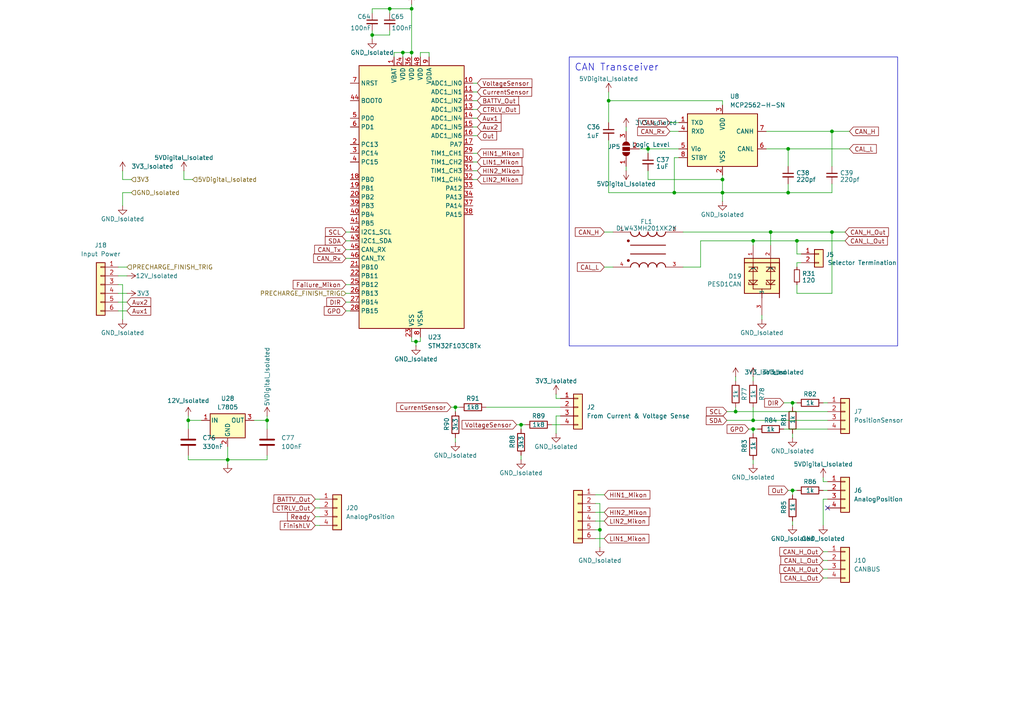
<source format=kicad_sch>
(kicad_sch (version 20250114) (generator "eeschema") (generator_version "9.0")
  (paper "A4")
  (lib_symbols
    (symbol "CANBUSv1-rescue:PESD1CAN-PESD1CAN" (pin_names (offset 1.016))
      (property "Reference" "D" (at 0 11.43 0))
      (property "Value" "PESD1CAN-PESD1CAN" (at 0 -2.54 0))
      (symbol "PESD1CAN-PESD1CAN_0_0"
        (rectangle (start -1.27 0) (end 8.89 10.16) (stroke (width 0.254)) (fill (type background)))
        (polyline (pts (xy 0 10.16) (xy 0 0)) (stroke (width 0.254)))
        (polyline (pts (xy 0 7.62) (xy 1.27 7.62)) (stroke (width 0.2032)))
        (polyline (pts (xy 0 2.54) (xy 1.27 2.54)) (stroke (width 0.2032)))
        (polyline (pts (xy 0 0) (xy 10.16 0)) (stroke (width 0.254)))
        (polyline (pts (xy 1.27 8.89) (xy 1.27 7.62)) (stroke (width 0.2032)))
        (polyline (pts (xy 1.27 7.62) (xy 1.27 6.35)) (stroke (width 0.2032)))
        (polyline (pts (xy 1.27 7.62) (xy 2.54 8.89)) (stroke (width 0.2032)))
        (polyline (pts (xy 1.27 7.62) (xy 6.35 7.62)) (stroke (width 0.2032)))
        (polyline (pts (xy 1.27 6.35) (xy 1.905 6.35)) (stroke (width 0.2032)))
        (polyline (pts (xy 1.27 3.81) (xy 1.27 2.54)) (stroke (width 0.2032)))
        (polyline (pts (xy 1.27 2.54) (xy 1.27 1.27)) (stroke (width 0.2032)))
        (polyline (pts (xy 1.27 2.54) (xy 2.54 3.81)) (stroke (width 0.2032)))
        (polyline (pts (xy 1.27 2.54) (xy 6.35 2.54)) (stroke (width 0.2032)))
        (polyline (pts (xy 1.27 1.27) (xy 1.905 1.27)) (stroke (width 0.2032)))
        (polyline (pts (xy 2.54 8.89) (xy 2.54 6.35)) (stroke (width 0.2032)))
        (polyline (pts (xy 2.54 6.35) (xy 1.27 7.62)) (stroke (width 0.2032)))
        (polyline (pts (xy 2.54 3.81) (xy 2.54 1.27)) (stroke (width 0.2032)))
        (polyline (pts (xy 2.54 1.27) (xy 1.27 2.54)) (stroke (width 0.2032)))
        (polyline (pts (xy 5.08 8.89) (xy 5.08 6.35)) (stroke (width 0.2032)))
        (polyline (pts (xy 5.08 6.35) (xy 6.35 7.62)) (stroke (width 0.2032)))
        (polyline (pts (xy 5.08 3.81) (xy 5.08 1.27)) (stroke (width 0.2032)))
        (polyline (pts (xy 5.08 1.27) (xy 6.35 2.54)) (stroke (width 0.2032)))
        (polyline (pts (xy 6.35 8.89) (xy 5.715 8.89)) (stroke (width 0.2032)))
        (polyline (pts (xy 6.35 7.62) (xy 5.08 8.89)) (stroke (width 0.2032)))
        (polyline (pts (xy 6.35 7.62) (xy 6.35 8.89)) (stroke (width 0.2032)))
        (polyline (pts (xy 6.35 7.62) (xy 7.62 7.62)) (stroke (width 0.2032)))
        (polyline (pts (xy 6.35 6.35) (xy 6.35 7.62)) (stroke (width 0.2032)))
        (polyline (pts (xy 6.35 3.81) (xy 5.715 3.81)) (stroke (width 0.2032)))
        (polyline (pts (xy 6.35 2.54) (xy 5.08 3.81)) (stroke (width 0.2032)))
        (polyline (pts (xy 6.35 2.54) (xy 6.35 3.81)) (stroke (width 0.2032)))
        (polyline (pts (xy 6.35 2.54) (xy 7.62 2.54)) (stroke (width 0.2032)))
        (polyline (pts (xy 6.35 1.27) (xy 6.35 2.54)) (stroke (width 0.2032)))
        (polyline (pts (xy 7.62 7.62) (xy 7.62 5.08)) (stroke (width 0.2032)))
        (polyline (pts (xy 7.62 5.08) (xy 7.62 2.54)) (stroke (width 0.2032)))
        (polyline (pts (xy 7.62 5.08) (xy 10.16 5.08)) (stroke (width 0.2032)))
        (pin bidirectional line (at -5.08 7.62 0) (length 5.08) (name "1") (number "1"))
        (pin bidirectional line (at -5.08 2.54 0) (length 5.08) (name "2") (number "2"))
        (pin bidirectional line (at 15.24 5.08 180) (length 5.08) (name "3") (number "3"))
      )
    )
    (symbol "Connector_Generic:Conn_01x02" (pin_names (offset 1.016) (hide yes))
      (property "Reference" "J" (at 0 2.54 0))
      (property "Value" "Conn_01x02" (at 0 -5.08 0))
      (symbol "Conn_01x02_1_1"
        (rectangle (start -1.27 1.27) (end 1.27 -3.81) (stroke (width 0.254)) (fill (type background)))
        (rectangle (start -1.27 0.127) (end 0 -0.127) (stroke (width 0.1524)))
        (rectangle (start -1.27 -2.413) (end 0 -2.667) (stroke (width 0.1524)))
        (pin passive line (at -5.08 0 0) (length 3.81) (name "Pin_1") (number "1"))
        (pin passive line (at -5.08 -2.54 0) (length 3.81) (name "Pin_2") (number "2"))
      )
    )
    (symbol "Connector_Generic:Conn_01x04" (pin_names (offset 1.016) (hide yes))
      (property "Reference" "J" (at 0 5.08 0))
      (property "Value" "Conn_01x04" (at 0 -7.62 0))
      (symbol "Conn_01x04_1_1"
        (rectangle (start -1.27 3.81) (end 1.27 -6.35) (stroke (width 0.254)) (fill (type background)))
        (rectangle (start -1.27 2.667) (end 0 2.413) (stroke (width 0.1524)))
        (rectangle (start -1.27 0.127) (end 0 -0.127) (stroke (width 0.1524)))
        (rectangle (start -1.27 -2.413) (end 0 -2.667) (stroke (width 0.1524)))
        (rectangle (start -1.27 -4.953) (end 0 -5.207) (stroke (width 0.1524)))
        (pin passive line (at -5.08 2.54 0) (length 3.81) (name "Pin_1") (number "1"))
        (pin passive line (at -5.08 0 0) (length 3.81) (name "Pin_2") (number "2"))
        (pin passive line (at -5.08 -2.54 0) (length 3.81) (name "Pin_3") (number "3"))
        (pin passive line (at -5.08 -5.08 0) (length 3.81) (name "Pin_4") (number "4"))
      )
    )
    (symbol "Connector_Generic:Conn_01x06" (pin_names (offset 1.016) (hide yes))
      (property "Reference" "J" (at 0 7.62 0))
      (property "Value" "Conn_01x06" (at 0 -10.16 0))
      (symbol "Conn_01x06_1_1"
        (rectangle (start -1.27 6.35) (end 1.27 -8.89) (stroke (width 0.254)) (fill (type background)))
        (rectangle (start -1.27 5.207) (end 0 4.953) (stroke (width 0.1524)))
        (rectangle (start -1.27 2.667) (end 0 2.413) (stroke (width 0.1524)))
        (rectangle (start -1.27 0.127) (end 0 -0.127) (stroke (width 0.1524)))
        (rectangle (start -1.27 -2.413) (end 0 -2.667) (stroke (width 0.1524)))
        (rectangle (start -1.27 -4.953) (end 0 -5.207) (stroke (width 0.1524)))
        (rectangle (start -1.27 -7.493) (end 0 -7.747) (stroke (width 0.1524)))
        (pin passive line (at -5.08 5.08 0) (length 3.81) (name "Pin_1") (number "1"))
        (pin passive line (at -5.08 2.54 0) (length 3.81) (name "Pin_2") (number "2"))
        (pin passive line (at -5.08 0 0) (length 3.81) (name "Pin_3") (number "3"))
        (pin passive line (at -5.08 -2.54 0) (length 3.81) (name "Pin_4") (number "4"))
        (pin passive line (at -5.08 -5.08 0) (length 3.81) (name "Pin_5") (number "5"))
        (pin passive line (at -5.08 -7.62 0) (length 3.81) (name "Pin_6") (number "6"))
      )
    )
    (symbol "DLW43MH201XK2K:DLW43MH201XK2K" (pin_names (offset 1.016))
      (property "Reference" "FL" (at -5.08 6.35 0))
      (property "Value" "DLW43MH201XK2K" (at -5.08 -6.35 0))
      (symbol "DLW43MH201XK2K_0_0"
        (circle (center -5.715 2.54) (radius 0.2032) (stroke (width 0.4064)))
        (circle (center -5.715 -3.175) (radius 0.2032) (stroke (width 0.4064)))
        (polyline (pts (xy -5.08 -1.27) (xy 5.08 -1.27)) (stroke (width 0.254)))
        (arc (start -2.54 5.08) (mid -3.81 3.8155) (end -5.08 5.08) (stroke (width 0.254)))
        (arc (start -5.08 -5.08) (mid -3.81 -3.8155) (end -2.54 -5.08) (stroke (width 0.254)))
        (arc (start 0 5.08) (mid -1.27 3.8155) (end -2.54 5.08) (stroke (width 0.254)))
        (arc (start -2.54 -5.08) (mid -1.27 -3.8155) (end 0 -5.08) (stroke (width 0.254)))
        (arc (start 2.54 5.08) (mid 1.27 3.8155) (end 0 5.08) (stroke (width 0.254)))
        (arc (start 0 -5.08) (mid 1.27 -3.8155) (end 2.54 -5.08) (stroke (width 0.254)))
        (arc (start 5.08 5.08) (mid 3.81 3.8155) (end 2.54 5.08) (stroke (width 0.254)))
        (arc (start 2.54 -5.08) (mid 3.81 -3.8155) (end 5.08 -5.08) (stroke (width 0.254)))
        (polyline (pts (xy 5.08 1.27) (xy -5.08 1.27)) (stroke (width 0.254)))
        (pin passive line (at -10.16 5.08 0) (length 5.08) (name "~") (number "1"))
        (pin passive line (at -10.16 -5.08 0) (length 5.08) (name "~") (number "4"))
        (pin passive line (at 10.16 5.08 180) (length 5.08) (name "~") (number "2"))
        (pin passive line (at 10.16 -5.08 180) (length 5.08) (name "~") (number "3"))
      )
    )
    (symbol "Device:C" (pin_numbers (hide yes)) (pin_names (offset 0.254))
      (property "Reference" "C" (at 0.635 2.54 0))
      (property "Value" "C" (at 0.635 -2.54 0))
      (symbol "C_0_1"
        (polyline (pts (xy -2.032 0.762) (xy 2.032 0.762)) (stroke (width 0.508)))
        (polyline (pts (xy -2.032 -0.762) (xy 2.032 -0.762)) (stroke (width 0.508)))
      )
      (symbol "C_1_1"
        (pin passive line (at 0 3.81 270) (length 2.794) (name "~") (number "1"))
        (pin passive line (at 0 -3.81 90) (length 2.794) (name "~") (number "2"))
      )
    )
    (symbol "Device:C_Small" (pin_numbers (hide yes)) (pin_names (offset 0.254) (hide yes))
      (property "Reference" "C" (at 0.254 1.778 0))
      (property "Value" "C_Small" (at 0.254 -2.032 0))
      (symbol "C_Small_0_1"
        (polyline (pts (xy -1.524 0.508) (xy 1.524 0.508)) (stroke (width 0.3048)))
        (polyline (pts (xy -1.524 -0.508) (xy 1.524 -0.508)) (stroke (width 0.3302)))
      )
      (symbol "C_Small_1_1"
        (pin passive line (at 0 2.54 270) (length 2.032) (name "~") (number "1"))
        (pin passive line (at 0 -2.54 90) (length 2.032) (name "~") (number "2"))
      )
    )
    (symbol "Device:R" (pin_numbers (hide yes)) (pin_names (offset 0))
      (property "Reference" "R" (at 2.032 0 90))
      (property "Value" "R" (at 0 0 90))
      (symbol "R_0_1"
        (rectangle (start -1.016 -2.54) (end 1.016 2.54) (stroke (width 0.254)))
      )
      (symbol "R_1_1"
        (pin passive line (at 0 3.81 270) (length 1.27) (name "~") (number "1"))
        (pin passive line (at 0 -3.81 90) (length 1.27) (name "~") (number "2"))
      )
    )
    (symbol "Device:R_Small" (pin_numbers (hide yes)) (pin_names (offset 0.254) (hide yes))
      (property "Reference" "R" (at 0.762 0.508 0))
      (property "Value" "R_Small" (at 0.762 -1.016 0))
      (symbol "R_Small_0_1"
        (rectangle (start -0.762 1.778) (end 0.762 -1.778) (stroke (width 0.2032)))
      )
      (symbol "R_Small_1_1"
        (pin passive line (at 0 2.54 270) (length 0.762) (name "~") (number "1"))
        (pin passive line (at 0 -2.54 90) (length 0.762) (name "~") (number "2"))
      )
    )
    (symbol "Interface_CAN_LIN:MCP2562-H-SN" (pin_names (offset 1.016))
      (property "Reference" "U" (at -10.16 8.89 0))
      (property "Value" "MCP2562-H-SN" (at 2.54 8.89 0))
      (symbol "MCP2562-H-SN_0_1"
        (rectangle (start -10.16 7.62) (end 10.16 -7.62) (stroke (width 0.254)) (fill (type background)))
      )
      (symbol "MCP2562-H-SN_1_1"
        (pin input line (at -12.7 5.08 0) (length 2.54) (name "TXD") (number "1"))
        (pin output line (at -12.7 2.54 0) (length 2.54) (name "RXD") (number "4"))
        (pin power_in line (at -12.7 -2.54 0) (length 2.54) (name "Vio") (number "5"))
        (pin input line (at -12.7 -5.08 0) (length 2.54) (name "STBY") (number "8"))
        (pin power_in line (at 0 10.16 270) (length 2.54) (name "VDD") (number "3"))
        (pin power_in line (at 0 -10.16 90) (length 2.54) (name "VSS") (number "2"))
        (pin bidirectional line (at 12.7 2.54 180) (length 2.54) (name "CANH") (number "7"))
        (pin bidirectional line (at 12.7 -2.54 180) (length 2.54) (name "CANL") (number "6"))
      )
    )
    (symbol "Jumper:SolderJumper_3_Open" (pin_names (offset 0) (hide yes))
      (property "Reference" "JP" (at -2.54 -2.54 0))
      (property "Value" "SolderJumper_3_Open" (at 0 2.794 0))
      (symbol "SolderJumper_3_Open_0_1"
        (polyline (pts (xy -2.54 0) (xy -2.032 0)))
        (polyline (pts (xy -1.016 1.016) (xy -1.016 -1.016)))
        (arc (start -1.016 -1.016) (mid -2.0276 0) (end -1.016 1.016))
        (arc (start -1.016 -1.016) (mid -2.0276 0) (end -1.016 1.016) (fill (type outline)))
        (rectangle (start -0.508 1.016) (end 0.508 -1.016) (fill (type outline)))
        (polyline (pts (xy 0 -1.27) (xy 0 -1.016)))
        (arc (start 1.016 1.016) (mid 2.0276 0) (end 1.016 -1.016))
        (arc (start 1.016 1.016) (mid 2.0276 0) (end 1.016 -1.016) (fill (type outline)))
        (polyline (pts (xy 1.016 1.016) (xy 1.016 -1.016)))
        (polyline (pts (xy 2.54 0) (xy 2.032 0)))
      )
      (symbol "SolderJumper_3_Open_1_1"
        (pin passive line (at -5.08 0 0) (length 2.54) (name "A") (number "1"))
        (pin passive line (at 0 -3.81 90) (length 2.54) (name "C") (number "2"))
        (pin passive line (at 5.08 0 180) (length 2.54) (name "B") (number "3"))
      )
    )
    (symbol "MCU_ST_STM32F1:STM32F103CBTx"
      (property "Reference" "U" (at -15.24 39.37 0))
      (property "Value" "STM32F103CBTx" (at 7.62 39.37 0))
      (symbol "STM32F103CBTx_0_1"
        (rectangle (start -15.24 -38.1) (end 15.24 38.1) (stroke (width 0.254)) (fill (type background)))
      )
      (symbol "STM32F103CBTx_1_1"
        (pin input line (at -17.78 33.02 0) (length 2.54) (name "NRST") (number "7"))
        (pin input line (at -17.78 27.94 0) (length 2.54) (name "BOOT0") (number "44"))
        (pin bidirectional line (at -17.78 22.86 0) (length 2.54) (name "PD0") (number "5"))
        (pin bidirectional line (at -17.78 20.32 0) (length 2.54) (name "PD1") (number "6"))
        (pin bidirectional line (at -17.78 15.24 0) (length 2.54) (name "PC13") (number "2"))
        (pin bidirectional line (at -17.78 12.7 0) (length 2.54) (name "PC14") (number "3"))
        (pin bidirectional line (at -17.78 10.16 0) (length 2.54) (name "PC15") (number "4"))
        (pin bidirectional line (at -17.78 5.08 0) (length 2.54) (name "PB0") (number "18") (alternate "" input line))
        (pin bidirectional line (at -17.78 2.54 0) (length 2.54) (name "PB1") (number "19") (alternate "" input line))
        (pin bidirectional line (at -17.78 0 0) (length 2.54) (name "PB2") (number "20"))
        (pin bidirectional line (at -17.78 -2.54 0) (length 2.54) (name "PB3") (number "39"))
        (pin bidirectional line (at -17.78 -5.08 0) (length 2.54) (name "PB4") (number "40"))
        (pin bidirectional line (at -17.78 -7.62 0) (length 2.54) (name "PB5") (number "41"))
        (pin bidirectional line (at -17.78 -10.16 0) (length 2.54) (name "PB6") (number "42") (alternate "I2C1_SCL" bidirectional line))
        (pin bidirectional line (at -17.78 -12.7 0) (length 2.54) (name "PB7") (number "43") (alternate "I2C1_SDA" bidirectional line))
        (pin bidirectional line (at -17.78 -15.24 0) (length 2.54) (name "PB8") (number "45") (alternate "CAN_RX" bidirectional line) (alternate "I2C1_SCL" bidirectional line))
        (pin bidirectional line (at -17.78 -17.78 0) (length 2.54) (name "PB9") (number "46") (alternate "CAN_TX" bidirectional line) (alternate "I2C1_SDA" bidirectional line))
        (pin bidirectional line (at -17.78 -20.32 0) (length 2.54) (name "PB10") (number "21"))
        (pin bidirectional line (at -17.78 -22.86 0) (length 2.54) (name "PB11") (number "22") (alternate "" input line))
        (pin bidirectional line (at -17.78 -25.4 0) (length 2.54) (name "PB12") (number "25"))
        (pin bidirectional line (at -17.78 -27.94 0) (length 2.54) (name "PB13") (number "26"))
        (pin bidirectional line (at -17.78 -30.48 0) (length 2.54) (name "PB14") (number "27"))
        (pin bidirectional line (at -17.78 -33.02 0) (length 2.54) (name "PB15") (number "28"))
        (pin power_in line (at -5.08 40.64 270) (length 2.54) (name "VBAT") (number "1"))
        (pin power_in line (at -2.54 40.64 270) (length 2.54) (name "VDD") (number "24"))
        (pin power_in line (at 0 40.64 270) (length 2.54) (name "VDD") (number "36"))
        (pin power_in line (at 0 -40.64 90) (length 2.54) (name "VSS") (number "23"))
        (pin passive line (at 0 -40.64 90) (length 2.54) (hide yes) (name "VSS") (number "35"))
        (pin passive line (at 0 -40.64 90) (length 2.54) (hide yes) (name "VSS") (number "47"))
        (pin power_in line (at 2.54 40.64 270) (length 2.54) (name "VDD") (number "48"))
        (pin power_in line (at 2.54 -40.64 90) (length 2.54) (name "VSSA") (number "8"))
        (pin power_in line (at 5.08 40.64 270) (length 2.54) (name "VDDA") (number "9"))
        (pin bidirectional line (at 17.78 33.02 180) (length 2.54) (name "PA0") (number "10") (alternate "ADC1_IN0" bidirectional line))
        (pin bidirectional line (at 17.78 30.48 180) (length 2.54) (name "PA1") (number "11") (alternate "ADC1_IN1" bidirectional line))
        (pin bidirectional line (at 17.78 27.94 180) (length 2.54) (name "PA2") (number "12") (alternate "" input line) (alternate "ADC1_IN2" bidirectional line))
        (pin bidirectional line (at 17.78 25.4 180) (length 2.54) (name "PA3") (number "13") (alternate "" input line) (alternate "ADC1_IN3" bidirectional line))
        (pin bidirectional line (at 17.78 22.86 180) (length 2.54) (name "PA4") (number "14") (alternate "ADC1_IN4" bidirectional line))
        (pin bidirectional line (at 17.78 20.32 180) (length 2.54) (name "PA5") (number "15") (alternate "ADC1_IN5" bidirectional line))
        (pin bidirectional line (at 17.78 17.78 180) (length 2.54) (name "PA6") (number "16") (alternate "" input line) (alternate "ADC1_IN6" bidirectional line))
        (pin bidirectional line (at 17.78 15.24 180) (length 2.54) (name "PA7") (number "17") (alternate "" input line))
        (pin bidirectional line (at 17.78 12.7 180) (length 2.54) (name "PA8") (number "29") (alternate "TIM1_CH1" bidirectional line))
        (pin bidirectional line (at 17.78 10.16 180) (length 2.54) (name "PA9") (number "30") (alternate "TIM1_CH2" bidirectional line))
        (pin bidirectional line (at 17.78 7.62 180) (length 2.54) (name "PA10") (number "31") (alternate "TIM1_CH3" bidirectional line))
        (pin bidirectional line (at 17.78 5.08 180) (length 2.54) (name "PA11") (number "32") (alternate "CAN_RX" bidirectional line) (alternate "TIM1_CH4" bidirectional line))
        (pin bidirectional line (at 17.78 2.54 180) (length 2.54) (name "PA12") (number "33") (alternate "" input line) (alternate "CAN_TX" bidirectional line))
        (pin bidirectional line (at 17.78 0 180) (length 2.54) (name "PA13") (number "34"))
        (pin bidirectional line (at 17.78 -2.54 180) (length 2.54) (name "PA14") (number "37"))
        (pin bidirectional line (at 17.78 -5.08 180) (length 2.54) (name "PA15") (number "38"))
      )
    )
    (symbol "Regulator_Linear:L7805" (pin_names (offset 0.254))
      (property "Reference" "U" (at -3.81 3.175 0))
      (property "Value" "L7805" (at 0 3.175 0))
      (symbol "L7805_0_1"
        (rectangle (start -5.08 1.905) (end 5.08 -5.08) (stroke (width 0.254)) (fill (type background)))
      )
      (symbol "L7805_1_1"
        (pin power_in line (at -7.62 0 0) (length 2.54) (name "IN") (number "1"))
        (pin power_in line (at 0 -7.62 90) (length 2.54) (name "GND") (number "2"))
        (pin power_out line (at 7.62 0 180) (length 2.54) (name "OUT") (number "3"))
      )
    )
    (symbol "custom library:+14VTSMS" (power) (pin_names (offset 0))
      (property "Value" "+14VTSMS" (at 0 3.556 0))
      (symbol "+14VTSMS_0_1"
        (polyline (pts (xy -0.762 1.27) (xy 0 2.54)))
        (polyline (pts (xy 0 2.54) (xy 0.762 1.27)))
        (polyline (pts (xy 0 0) (xy 0 2.54)))
      )
      (symbol "+14VTSMS_1_1"
        (pin power_in line (at 0 0 90) (length 0) (hide yes) (name "+12V") (number "1"))
      )
    )
    (symbol "power:+48V" (power) (pin_numbers (hide yes)) (pin_names (offset 0) (hide yes))
      (property "Value" "+48V" (at 0 3.556 0))
      (symbol "+48V_0_1"
        (polyline (pts (xy -0.762 1.27) (xy 0 2.54)))
        (polyline (pts (xy 0 2.54) (xy 0.762 1.27)))
        (polyline (pts (xy 0 0) (xy 0 2.54)))
      )
      (symbol "+48V_1_1"
        (pin power_in line (at 0 0 90) (length 0) (name "~") (number "1"))
      )
    )
    (symbol "power:GND" (power) (pin_numbers (hide yes)) (pin_names (offset 0) (hide yes))
      (property "Value" "GND" (at 0 -3.81 0))
      (symbol "GND_0_1"
        (polyline (pts (xy 0 0) (xy 0 -1.27) (xy 1.27 -1.27) (xy 0 -2.54) (xy -1.27 -1.27) (xy 0 -1.27)))
      )
      (symbol "GND_1_1"
        (pin power_in line (at 0 0 270) (length 0) (name "~") (number "1"))
      )
    )
  )
  (rectangle (start 165.1 16.51) (end 260.35 100.33))
  (text "CAN Transceiver" (at 166.624 20.828 0) (effects (font (size 2.0066 2.0066)) (justify left bottom)))
  (junction (at 66.04 133.35))
  (junction (at 241.3 67.31))
  (junction (at 231.14 69.85))
  (junction (at 77.47 121.92))
  (junction (at 113.03 2.54))
  (junction (at 119.38 2.54))
  (junction (at 195.58 55.88))
  (junction (at 173.99 153.67))
  (junction (at 229.87 116.84))
  (junction (at 209.55 55.88))
  (junction (at 218.44 69.85))
  (junction (at 223.52 67.31))
  (junction (at 218.44 121.92))
  (junction (at 54.61 121.92))
  (junction (at 213.36 119.38))
  (junction (at 228.6 55.88))
  (junction (at 241.3 38.1))
  (junction (at 151.13 123.19))
  (junction (at 116.84 15.24))
  (junction (at 107.95 10.16))
  (junction (at 218.44 124.46))
  (junction (at 229.87 142.24))
  (junction (at 187.96 43.18))
  (junction (at 119.38 15.24))
  (junction (at 120.65 99.06))
  (junction (at 176.53 29.21))
  (junction (at 209.55 52.07))
  (junction (at 228.6 43.18))
  (junction (at 132.08 118.11))
  (no_connect (at 240.03 147.32))
  (wire (pts (xy 138.43 24.13) (xy 137.16 24.13)))
  (wire (pts (xy 209.55 52.07) (xy 209.55 55.88)))
  (wire (pts (xy 238.76 165.1) (xy 240.03 165.1)))
  (wire (pts (xy 100.33 67.31) (xy 101.6 67.31)))
  (wire (pts (xy 116.84 15.24) (xy 114.3 15.24)))
  (wire (pts (xy 132.08 118.11) (xy 132.08 119.38)))
  (wire (pts (xy 161.29 120.65) (xy 161.29 125.73)))
  (wire (pts (xy 241.3 55.88) (xy 228.6 55.88)))
  (wire (pts (xy 173.99 153.67) (xy 173.99 158.75)))
  (wire (pts (xy 66.04 134.62) (xy 66.04 133.35)))
  (wire (pts (xy 119.38 1.27) (xy 119.38 2.54)))
  (wire (pts (xy 176.53 40.64) (xy 176.53 55.88)))
  (wire (pts (xy 231.14 73.66) (xy 232.41 73.66)))
  (wire (pts (xy 231.14 85.09) (xy 241.3 85.09)))
  (wire (pts (xy 173.99 146.05) (xy 173.99 153.67)))
  (wire (pts (xy 107.95 8.89) (xy 107.95 10.16)))
  (wire (pts (xy 77.47 133.35) (xy 66.04 133.35)))
  (wire (pts (xy 210.82 121.92) (xy 218.44 121.92)))
  (wire (pts (xy 138.43 49.53) (xy 137.16 49.53)))
  (wire (pts (xy 173.99 146.05) (xy 172.72 146.05)))
  (wire (pts (xy 231.14 76.2) (xy 232.41 76.2)))
  (wire (pts (xy 213.36 118.11) (xy 213.36 119.38)))
  (wire (pts (xy 54.61 120.65) (xy 54.61 121.92)))
  (wire (pts (xy 140.97 118.11) (xy 162.56 118.11)))
  (wire (pts (xy 231.14 82.55) (xy 231.14 85.09)))
  (wire (pts (xy 238.76 116.84) (xy 240.03 116.84)))
  (wire (pts (xy 222.25 43.18) (xy 228.6 43.18)))
  (wire (pts (xy 92.71 147.32) (xy 91.44 147.32)))
  (wire (pts (xy 175.26 77.47) (xy 177.8 77.47)))
  (wire (pts (xy 124.46 15.24) (xy 121.92 15.24)))
  (wire (pts (xy 196.85 45.72) (xy 195.58 45.72)))
  (wire (pts (xy 138.43 46.99) (xy 137.16 46.99)))
  (wire (pts (xy 121.92 15.24) (xy 121.92 16.51)))
  (wire (pts (xy 121.92 99.06) (xy 120.65 99.06)))
  (wire (pts (xy 119.38 99.06) (xy 120.65 99.06)))
  (wire (pts (xy 35.56 55.88) (xy 35.56 59.69)))
  (wire (pts (xy 119.38 2.54) (xy 119.38 15.24)))
  (wire (pts (xy 209.55 29.21) (xy 209.55 30.48)))
  (wire (pts (xy 223.52 67.31) (xy 223.52 71.12)))
  (wire (pts (xy 54.61 121.92) (xy 58.42 121.92)))
  (wire (pts (xy 124.46 16.51) (xy 124.46 15.24)))
  (wire (pts (xy 238.76 162.56) (xy 240.03 162.56)))
  (wire (pts (xy 151.13 123.19) (xy 151.13 124.46)))
  (wire (pts (xy 160.02 123.19) (xy 162.56 123.19)))
  (wire (pts (xy 220.98 92.71) (xy 220.98 91.44)))
  (wire (pts (xy 198.12 77.47) (xy 203.2 77.47)))
  (wire (pts (xy 172.72 148.59) (xy 175.26 148.59)))
  (wire (pts (xy 34.29 80.01) (xy 36.83 80.01)))
  (wire (pts (xy 181.61 48.26) (xy 181.61 49.53)))
  (wire (pts (xy 218.44 69.85) (xy 218.44 71.12)))
  (wire (pts (xy 209.55 55.88) (xy 209.55 58.42)))
  (wire (pts (xy 218.44 109.22) (xy 218.44 110.49)))
  (wire (pts (xy 92.71 144.78) (xy 91.44 144.78)))
  (wire (pts (xy 172.72 153.67) (xy 173.99 153.67)))
  (wire (pts (xy 151.13 123.19) (xy 152.4 123.19)))
  (wire (pts (xy 77.47 121.92) (xy 77.47 124.46)))
  (wire (pts (xy 229.87 151.13) (xy 229.87 152.4)))
  (wire (pts (xy 195.58 45.72) (xy 195.58 55.88)))
  (wire (pts (xy 36.83 90.17) (xy 34.29 90.17)))
  (wire (pts (xy 113.03 8.89) (xy 113.03 10.16)))
  (wire (pts (xy 107.95 3.81) (xy 107.95 2.54)))
  (wire (pts (xy 92.71 152.4) (xy 91.44 152.4)))
  (wire (pts (xy 107.95 10.16) (xy 107.95 11.43)))
  (wire (pts (xy 238.76 144.78) (xy 238.76 152.4)))
  (wire (pts (xy 138.43 52.07) (xy 137.16 52.07)))
  (wire (pts (xy 92.71 149.86) (xy 91.44 149.86)))
  (wire (pts (xy 100.33 90.17) (xy 101.6 90.17)))
  (wire (pts (xy 228.6 53.34) (xy 228.6 55.88)))
  (wire (pts (xy 66.04 133.35) (xy 66.04 129.54)))
  (wire (pts (xy 172.72 156.21) (xy 175.26 156.21)))
  (wire (pts (xy 187.96 44.45) (xy 187.96 43.18)))
  (wire (pts (xy 187.96 49.53) (xy 187.96 52.07)))
  (wire (pts (xy 36.83 87.63) (xy 34.29 87.63)))
  (wire (pts (xy 203.2 69.85) (xy 218.44 69.85)))
  (wire (pts (xy 107.95 2.54) (xy 113.03 2.54)))
  (wire (pts (xy 35.56 49.53) (xy 35.56 52.07)))
  (wire (pts (xy 209.55 50.8) (xy 209.55 52.07)))
  (wire (pts (xy 213.36 119.38) (xy 240.03 119.38)))
  (wire (pts (xy 34.29 82.55) (xy 35.56 82.55)))
  (wire (pts (xy 172.72 151.13) (xy 175.26 151.13)))
  (wire (pts (xy 36.83 85.09) (xy 34.29 85.09)))
  (wire (pts (xy 187.96 52.07) (xy 209.55 52.07)))
  (wire (pts (xy 218.44 124.46) (xy 218.44 125.73)))
  (wire (pts (xy 35.56 52.07) (xy 38.1 52.07)))
  (wire (pts (xy 149.86 123.19) (xy 151.13 123.19)))
  (wire (pts (xy 38.1 55.88) (xy 35.56 55.88)))
  (wire (pts (xy 228.6 43.18) (xy 228.6 48.26)))
  (wire (pts (xy 231.14 77.47) (xy 231.14 76.2)))
  (wire (pts (xy 114.3 15.24) (xy 114.3 16.51)))
  (wire (pts (xy 132.08 118.11) (xy 133.35 118.11)))
  (wire (pts (xy 241.3 53.34) (xy 241.3 55.88)))
  (wire (pts (xy 238.76 167.64) (xy 240.03 167.64)))
  (wire (pts (xy 218.44 121.92) (xy 240.03 121.92)))
  (wire (pts (xy 53.34 52.07) (xy 55.88 52.07)))
  (wire (pts (xy 101.6 72.39) (xy 100.33 72.39)))
  (wire (pts (xy 120.65 99.06) (xy 120.65 100.33)))
  (wire (pts (xy 138.43 29.21) (xy 137.16 29.21)))
  (wire (pts (xy 229.87 142.24) (xy 229.87 143.51)))
  (wire (pts (xy 53.34 49.53) (xy 53.34 52.07)))
  (wire (pts (xy 130.81 118.11) (xy 132.08 118.11)))
  (wire (pts (xy 187.96 43.18) (xy 196.85 43.18)))
  (wire (pts (xy 227.33 116.84) (xy 229.87 116.84)))
  (wire (pts (xy 238.76 142.24) (xy 240.03 142.24)))
  (wire (pts (xy 35.56 82.55) (xy 35.56 92.71)))
  (wire (pts (xy 176.53 26.67) (xy 176.53 29.21)))
  (wire (pts (xy 100.33 87.63) (xy 101.6 87.63)))
  (wire (pts (xy 240.03 144.78) (xy 238.76 144.78)))
  (wire (pts (xy 218.44 118.11) (xy 218.44 121.92)))
  (wire (pts (xy 213.36 109.22) (xy 213.36 110.49)))
  (wire (pts (xy 238.76 139.7) (xy 240.03 139.7)))
  (wire (pts (xy 231.14 69.85) (xy 245.11 69.85)))
  (wire (pts (xy 54.61 132.08) (xy 54.61 133.35)))
  (wire (pts (xy 36.83 77.47) (xy 34.29 77.47)))
  (wire (pts (xy 229.87 125.73) (xy 229.87 127)))
  (wire (pts (xy 218.44 133.35) (xy 218.44 134.62)))
  (wire (pts (xy 241.3 38.1) (xy 241.3 48.26)))
  (wire (pts (xy 176.53 29.21) (xy 209.55 29.21)))
  (wire (pts (xy 176.53 55.88) (xy 195.58 55.88)))
  (wire (pts (xy 132.08 127) (xy 132.08 128.27)))
  (wire (pts (xy 222.25 38.1) (xy 241.3 38.1)))
  (wire (pts (xy 228.6 55.88) (xy 209.55 55.88)))
  (wire (pts (xy 238.76 160.02) (xy 240.03 160.02)))
  (wire (pts (xy 241.3 67.31) (xy 241.3 85.09)))
  (wire (pts (xy 77.47 132.08) (xy 77.47 133.35)))
  (wire (pts (xy 138.43 39.37) (xy 137.16 39.37)))
  (wire (pts (xy 73.66 121.92) (xy 77.47 121.92)))
  (wire (pts (xy 241.3 67.31) (xy 245.11 67.31)))
  (wire (pts (xy 138.43 36.83) (xy 137.16 36.83)))
  (wire (pts (xy 210.82 119.38) (xy 213.36 119.38)))
  (wire (pts (xy 113.03 10.16) (xy 107.95 10.16)))
  (wire (pts (xy 151.13 132.08) (xy 151.13 133.35)))
  (wire (pts (xy 113.03 2.54) (xy 119.38 2.54)))
  (wire (pts (xy 138.43 31.75) (xy 137.16 31.75)))
  (wire (pts (xy 100.33 69.85) (xy 101.6 69.85)))
  (wire (pts (xy 194.31 35.56) (xy 196.85 35.56)))
  (wire (pts (xy 203.2 77.47) (xy 203.2 69.85)))
  (wire (pts (xy 229.87 116.84) (xy 231.14 116.84)))
  (wire (pts (xy 181.61 36.83) (xy 181.61 38.1)))
  (wire (pts (xy 228.6 43.18) (xy 246.38 43.18)))
  (wire (pts (xy 185.42 43.18) (xy 187.96 43.18)))
  (wire (pts (xy 195.58 55.88) (xy 209.55 55.88)))
  (wire (pts (xy 119.38 97.79) (xy 119.38 99.06)))
  (wire (pts (xy 198.12 67.31) (xy 223.52 67.31)))
  (wire (pts (xy 238.76 138.43) (xy 238.76 139.7)))
  (wire (pts (xy 229.87 142.24) (xy 231.14 142.24)))
  (wire (pts (xy 100.33 82.55) (xy 101.6 82.55)))
  (wire (pts (xy 138.43 34.29) (xy 137.16 34.29)))
  (wire (pts (xy 223.52 67.31) (xy 241.3 67.31)))
  (wire (pts (xy 172.72 143.51) (xy 175.26 143.51)))
  (wire (pts (xy 54.61 121.92) (xy 54.61 124.46)))
  (wire (pts (xy 119.38 15.24) (xy 116.84 15.24)))
  (wire (pts (xy 113.03 2.54) (xy 113.03 3.81)))
  (wire (pts (xy 161.29 120.65) (xy 162.56 120.65)))
  (wire (pts (xy 231.14 73.66) (xy 231.14 69.85)))
  (wire (pts (xy 161.29 114.3) (xy 161.29 115.57)))
  (wire (pts (xy 175.26 67.31) (xy 177.8 67.31)))
  (wire (pts (xy 241.3 38.1) (xy 246.38 38.1)))
  (wire (pts (xy 218.44 124.46) (xy 219.71 124.46)))
  (wire (pts (xy 161.29 115.57) (xy 162.56 115.57)))
  (wire (pts (xy 217.17 124.46) (xy 218.44 124.46)))
  (wire (pts (xy 116.84 15.24) (xy 116.84 16.51)))
  (wire (pts (xy 121.92 97.79) (xy 121.92 99.06)))
  (wire (pts (xy 218.44 69.85) (xy 231.14 69.85)))
  (wire (pts (xy 77.47 121.92) (xy 77.47 120.65)))
  (wire (pts (xy 176.53 35.56) (xy 176.53 29.21)))
  (wire (pts (xy 194.31 38.1) (xy 196.85 38.1)))
  (wire (pts (xy 227.33 124.46) (xy 240.03 124.46)))
  (wire (pts (xy 101.6 74.93) (xy 100.33 74.93)))
  (wire (pts (xy 119.38 15.24) (xy 119.38 16.51)))
  (wire (pts (xy 138.43 44.45) (xy 137.16 44.45)))
  (wire (pts (xy 228.6 142.24) (xy 229.87 142.24)))
  (wire (pts (xy 54.61 133.35) (xy 66.04 133.35)))
  (wire (pts (xy 100.33 85.09) (xy 101.6 85.09)))
  (wire (pts (xy 229.87 116.84) (xy 229.87 118.11)))
  (wire (pts (xy 138.43 26.67) (xy 137.16 26.67)))
  (global_label "LIN2_Mikon" (shape input) (at 175.26 151.13 0) (property "Intersheetrefs" "${INTERSHEET_REFS}" (effects (hide yes))))
  (global_label "CAN_Rx" (shape input) (at 194.31 38.1 180) (property "Intersheetrefs" "${INTERSHEET_REFS}" (effects (hide yes))))
  (global_label "FinishLV" (shape input) (at 91.44 152.4 180) (property "Intersheetrefs" "${INTERSHEET_REFS}" (effects (hide yes))))
  (global_label "CAN_H_Out" (shape input) (at 238.76 160.02 180) (property "Intersheetrefs" "${INTERSHEET_REFS}" (effects (hide yes))))
  (global_label "Failure_Mikon" (shape input) (at 100.33 82.55 180) (property "Intersheetrefs" "${INTERSHEET_REFS}" (effects (hide yes))))
  (global_label "HIN2_Mikon" (shape input) (at 138.43 49.53 0) (property "Intersheetrefs" "${INTERSHEET_REFS}" (effects (hide yes))))
  (global_label "DIR" (shape input) (at 100.33 87.63 180) (property "Intersheetrefs" "${INTERSHEET_REFS}" (effects (hide yes))))
  (global_label "CurrentSensor" (shape input) (at 138.43 26.67 0) (property "Intersheetrefs" "${INTERSHEET_REFS}" (effects (hide yes))))
  (global_label "BATTV_Out" (shape input) (at 138.43 29.21 0) (property "Intersheetrefs" "${INTERSHEET_REFS}" (effects (hide yes))))
  (global_label "GPO" (shape input) (at 217.17 124.46 180) (property "Intersheetrefs" "${INTERSHEET_REFS}" (effects (hide yes))))
  (global_label "BATTV_Out" (shape input) (at 91.44 144.78 180) (property "Intersheetrefs" "${INTERSHEET_REFS}" (effects (hide yes))))
  (global_label "Out" (shape input) (at 138.43 39.37 0) (property "Intersheetrefs" "${INTERSHEET_REFS}" (effects (hide yes))))
  (global_label "Aux2" (shape input) (at 36.83 87.63 0) (property "Intersheetrefs" "${INTERSHEET_REFS}" (effects (hide yes))))
  (global_label "HIN1_Mikon" (shape input) (at 175.26 143.51 0) (property "Intersheetrefs" "${INTERSHEET_REFS}" (effects (hide yes))))
  (global_label "CAN_Tx" (shape input) (at 194.31 35.56 180) (property "Intersheetrefs" "${INTERSHEET_REFS}" (effects (hide yes))))
  (global_label "VoltageSensor" (shape input) (at 138.43 24.13 0) (property "Intersheetrefs" "${INTERSHEET_REFS}" (effects (hide yes))))
  (global_label "HIN2_Mikon" (shape input) (at 175.26 148.59 0) (property "Intersheetrefs" "${INTERSHEET_REFS}" (effects (hide yes))))
  (global_label "LIN2_Mikon" (shape input) (at 138.43 52.07 0) (property "Intersheetrefs" "${INTERSHEET_REFS}" (effects (hide yes))))
  (global_label "VoltageSensor" (shape input) (at 149.86 123.19 180) (property "Intersheetrefs" "${INTERSHEET_REFS}" (effects (hide yes))))
  (global_label "SDA" (shape input) (at 210.82 121.92 180) (property "Intersheetrefs" "${INTERSHEET_REFS}" (effects (hide yes))))
  (global_label "Ready" (shape input) (at 91.44 149.86 180) (property "Intersheetrefs" "${INTERSHEET_REFS}" (effects (hide yes))))
  (global_label "CAN_H_Out" (shape input) (at 245.11 67.31 0) (property "Intersheetrefs" "${INTERSHEET_REFS}" (effects (hide yes))))
  (global_label "Aux1" (shape input) (at 138.43 34.29 0) (property "Intersheetrefs" "${INTERSHEET_REFS}" (effects (hide yes))))
  (global_label "CAN_H" (shape input) (at 175.26 67.31 180) (property "Intersheetrefs" "${INTERSHEET_REFS}" (effects (hide yes))))
  (global_label "CAN_L_Out" (shape input) (at 238.76 167.64 180) (property "Intersheetrefs" "${INTERSHEET_REFS}" (effects (hide yes))))
  (global_label "CAN_L_Out" (shape input) (at 245.11 69.85 0) (property "Intersheetrefs" "${INTERSHEET_REFS}" (effects (hide yes))))
  (global_label "SDA" (shape input) (at 100.33 69.85 180) (property "Intersheetrefs" "${INTERSHEET_REFS}" (effects (hide yes))))
  (global_label "Aux1" (shape input) (at 36.83 90.17 0) (property "Intersheetrefs" "${INTERSHEET_REFS}" (effects (hide yes))))
  (global_label "CAN_Tx" (shape input) (at 100.33 72.39 180) (property "Intersheetrefs" "${INTERSHEET_REFS}" (effects (hide yes))))
  (global_label "CAL_L" (shape input) (at 175.26 77.47 180) (property "Intersheetrefs" "${INTERSHEET_REFS}" (effects (hide yes))))
  (global_label "LIN1_Mikon" (shape input) (at 138.43 46.99 0) (property "Intersheetrefs" "${INTERSHEET_REFS}" (effects (hide yes))))
  (global_label "HIN1_Mikon" (shape input) (at 138.43 44.45 0) (property "Intersheetrefs" "${INTERSHEET_REFS}" (effects (hide yes))))
  (global_label "SCL" (shape input) (at 100.33 67.31 180) (property "Intersheetrefs" "${INTERSHEET_REFS}" (effects (hide yes))))
  (global_label "Aux2" (shape input) (at 138.43 36.83 0) (property "Intersheetrefs" "${INTERSHEET_REFS}" (effects (hide yes))))
  (global_label "CAN_L_Out" (shape input) (at 238.76 162.56 180) (property "Intersheetrefs" "${INTERSHEET_REFS}" (effects (hide yes))))
  (global_label "SCL" (shape input) (at 210.82 119.38 180) (property "Intersheetrefs" "${INTERSHEET_REFS}" (effects (hide yes))))
  (global_label "CAN_Rx" (shape input) (at 100.33 74.93 180) (property "Intersheetrefs" "${INTERSHEET_REFS}" (effects (hide yes))))
  (global_label "CTRLV_Out" (shape input) (at 91.44 147.32 180) (property "Intersheetrefs" "${INTERSHEET_REFS}" (effects (hide yes))))
  (global_label "LIN1_Mikon" (shape input) (at 175.26 156.21 0) (property "Intersheetrefs" "${INTERSHEET_REFS}" (effects (hide yes))))
  (global_label "CAN_H_Out" (shape input) (at 238.76 165.1 180) (property "Intersheetrefs" "${INTERSHEET_REFS}" (effects (hide yes))))
  (global_label "CTRLV_Out" (shape input) (at 138.43 31.75 0) (property "Intersheetrefs" "${INTERSHEET_REFS}" (effects (hide yes))))
  (global_label "CurrentSensor" (shape input) (at 130.81 118.11 180) (property "Intersheetrefs" "${INTERSHEET_REFS}" (effects (hide yes))))
  (global_label "GPO" (shape input) (at 100.33 90.17 180) (property "Intersheetrefs" "${INTERSHEET_REFS}" (effects (hide yes))))
  (global_label "DIR" (shape input) (at 227.33 116.84 180) (property "Intersheetrefs" "${INTERSHEET_REFS}" (effects (hide yes))))
  (global_label "CAL_L" (shape input) (at 246.38 43.18 0) (property "Intersheetrefs" "${INTERSHEET_REFS}" (effects (hide yes))))
  (global_label "CAN_H" (shape input) (at 246.38 38.1 0) (property "Intersheetrefs" "${INTERSHEET_REFS}" (effects (hide yes))))
  (global_label "Out" (shape input) (at 228.6 142.24 180) (property "Intersheetrefs" "${INTERSHEET_REFS}" (effects (hide yes))))
  (hierarchical_label "PRECHARGE_FINISH_TRIG" (shape input) (at 36.83 77.47 0))
  (hierarchical_label "PRECHARGE_FINISH_TRIG" (shape input) (at 100.33 85.09 180))
  (hierarchical_label "GND_Isolated" (shape input) (at 38.1 55.88 0))
  (hierarchical_label "5VDigital_Isolated" (shape input) (at 55.88 52.07 0))
  (hierarchical_label "3V3" (shape input) (at 38.1 52.07 0))
  (symbol (lib_id "Device:R") (at 218.44 114.3 0) (unit 1)
    (property "Reference" "R78" (at 220.98 114.3 90))
    (property "Value" "1k" (at 218.44 114.3 90))
    (property "Footprint" "Resistor_SMD:R_0603_1608Metric_Pad0.98x0.95mm_HandSolder" (effects (hide yes)))
    (property "Description" "Resistor" (effects (hide yes)))
  )
  (symbol (lib_id "power:GND") (at 132.08 128.27 0) (unit 1)
    (property "Reference" "#PWR0164" (effects (hide yes)))
    (property "Value" "GND_Isolated" (at 132.08 132.08 0))
    (property "Description" "Power symbol creates a global label with name \"GND\" , ground" (effects (hide yes)))
  )
  (symbol (lib_id "power:GND") (at 173.99 158.75 0) (unit 1)
    (property "Reference" "#PWR017" (effects (hide yes)))
    (property "Value" "GND_Isolated" (at 173.99 162.56 0))
    (property "Description" "Power symbol creates a global label with name \"GND\" , ground" (effects (hide yes)))
  )
  (symbol (lib_id "Device:R") (at 137.16 118.11 90) (unit 1)
    (property "Reference" "R91" (at 137.16 115.57 90))
    (property "Value" "1k8" (at 137.16 118.11 90))
    (property "Footprint" "Resistor_SMD:R_0603_1608Metric_Pad0.98x0.95mm_HandSolder" (effects (hide yes)))
    (property "Description" "Resistor" (effects (hide yes)))
  )
  (symbol (lib_id "Device:R") (at 218.44 129.54 180) (unit 1)
    (property "Reference" "R83" (at 215.9 131.318 90) (effects (justify right)))
    (property "Value" "1k" (at 218.44 130.556 90) (effects (justify right)))
    (property "Footprint" "Resistor_SMD:R_0603_1608Metric_Pad0.98x0.95mm_HandSolder" (effects (hide yes)))
    (property "Description" "Resistor" (effects (hide yes)))
  )
  (symbol (lib_id "power:+48V") (at 36.83 85.09 270) (mirror x) (unit 1)
    (property "Reference" "#PWR048" (effects (hide yes)))
    (property "Value" "3V3" (at 39.624 85.09 90) (effects (justify left)))
    (property "Description" "Power symbol creates a global label with name \"+48V\"" (effects (hide yes)))
  )
  (symbol (lib_id "DLW43MH201XK2K:DLW43MH201XK2K") (at 187.96 72.39 0) (unit 1)
    (property "Reference" "FL1" (at 187.5028 64.3001 0))
    (property "Value" "DLW43MH201XK2K" (at 187.5028 66.2211 0))
    (property "Footprint" "DLW43MH201XK2K:DLW43" (effects (hide yes)))
    (property "MANUFACTURER" "Murata" (effects (hide yes)))
    (property "PARTREV" "N/A" (effects (hide yes)))
    (property "STANDARD" "Manufacturer Recommendations" (effects (hide yes)))
    (property "MAXIMUM_PACKAGE_HEIGHT" "2.90mm" (effects (hide yes)))
  )
  (symbol (lib_id "power:GND") (at 220.98 92.71 0) (unit 1)
    (property "Reference" "#PWR075" (effects (hide yes)))
    (property "Value" "GND_Isolated" (at 220.98 96.52 0))
    (property "Description" "Power symbol creates a global label with name \"GND\" , ground" (effects (hide yes)))
  )
  (symbol (lib_id "Device:C_Small") (at 228.6 50.8 0) (unit 1)
    (property "Reference" "C38" (at 230.9241 50.1626 0) (effects (justify left)))
    (property "Value" "220pf" (at 230.9241 52.0836 0) (effects (justify left)))
    (property "Footprint" "Capacitor_SMD:C_0805_2012Metric" (effects (hide yes)))
  )
  (symbol (lib_id "Device:R") (at 234.95 116.84 90) (unit 1)
    (property "Reference" "R82" (at 234.95 114.3 90))
    (property "Value" "1k" (at 234.95 116.84 90))
    (property "Footprint" "Resistor_SMD:R_0603_1608Metric_Pad0.98x0.95mm_HandSolder" (effects (hide yes)))
    (property "Description" "Resistor" (effects (hide yes)))
  )
  (symbol (lib_id "power:GND") (at 161.29 125.73 0) (unit 1)
    (property "Reference" "#PWR013" (effects (hide yes)))
    (property "Value" "GND_Isolated" (at 161.29 129.54 0))
    (property "Description" "Power symbol creates a global label with name \"GND\" , ground" (effects (hide yes)))
  )
  (symbol (lib_id "power:GND") (at 35.56 59.69 0) (unit 1)
    (property "Reference" "#PWR070" (effects (hide yes)))
    (property "Value" "GND_Isolated" (at 35.56 63.5 0))
    (property "Description" "Power symbol creates a global label with name \"GND\" , ground" (effects (hide yes)))
  )
  (symbol (lib_id "Device:R") (at 234.95 142.24 90) (unit 1)
    (property "Reference" "R86" (at 234.95 139.7 90))
    (property "Value" "1k" (at 234.95 142.24 90))
    (property "Footprint" "Resistor_SMD:R_0603_1608Metric_Pad0.98x0.95mm_HandSolder" (effects (hide yes)))
    (property "Description" "Resistor" (effects (hide yes)))
  )
  (symbol (lib_id "power:+48V") (at 218.44 109.22 0) (unit 1)
    (property "Reference" "#PWR0118" (effects (hide yes)))
    (property "Value" "3V3_Isolated" (at 220.98 107.9499 0) (effects (justify left)))
    (property "Description" "Power symbol creates a global label with name \"+48V\"" (effects (hide yes)))
  )
  (symbol (lib_id "Device:C_Small") (at 187.96 46.99 0) (unit 1)
    (property "Reference" "C37" (at 190.2841 46.3526 0) (effects (justify left)))
    (property "Value" "1uF" (at 190.2841 48.2736 0) (effects (justify left)))
    (property "Footprint" "Capacitor_SMD:C_0805_2012Metric" (effects (hide yes)))
  )
  (symbol (lib_id "power:GND") (at 120.65 100.33 0) (unit 1)
    (property "Reference" "#PWR0167" (effects (hide yes)))
    (property "Value" "GND_Isolated" (at 120.65 104.14 0))
    (property "Description" "Power symbol creates a global label with name \"GND\" , ground" (effects (hide yes)))
  )
  (symbol (lib_id "Connector_Generic:Conn_01x04") (at 97.79 147.32 0) (unit 1)
    (property "Reference" "J20" (at 100.33 147.3199 0) (effects (justify left)))
    (property "Value" "AnalogPosition" (at 100.33 149.8599 0) (effects (justify left)))
    (property "Footprint" "Connector_PinHeader_2.54mm:PinHeader_1x04_P2.54mm_Vertical" (effects (hide yes)))
    (property "Description" "Generic connector, single row, 01x04, script generated (kicad-library-utils/schlib/autogen/connector/)" (effects (hide yes)))
  )
  (symbol (lib_id "Device:C_Small") (at 176.53 38.1 0) (unit 1)
    (property "Reference" "C36" (at 170.18 36.83 0) (effects (justify left)))
    (property "Value" "1uF" (at 170.18 39.37 0) (effects (justify left)))
    (property "Footprint" "Capacitor_SMD:C_0805_2012Metric" (effects (hide yes)))
  )
  (symbol (lib_id "Device:C_Small") (at 113.03 6.35 0) (unit 1)
    (property "Reference" "C65" (at 113.284 4.826 0) (effects (justify left)))
    (property "Value" "100nF" (at 113.538 8.128 0) (effects (justify left)))
    (property "Footprint" "Capacitor_SMD:C_0805_2012Metric" (effects (hide yes)))
  )
  (symbol (lib_id "Device:R") (at 213.36 114.3 0) (unit 1)
    (property "Reference" "R77" (at 215.9 114.3 90))
    (property "Value" "1k" (at 213.36 114.3 90))
    (property "Footprint" "Resistor_SMD:R_0603_1608Metric_Pad0.98x0.95mm_HandSolder" (effects (hide yes)))
    (property "Description" "Resistor" (effects (hide yes)))
  )
  (symbol (lib_id "power:GND") (at 35.56 92.71 0) (mirror y) (unit 1)
    (property "Reference" "#PWR050" (effects (hide yes)))
    (property "Value" "GND_Isolated" (at 35.56 96.52 0))
    (property "Description" "Power symbol creates a global label with name \"GND\" , ground" (effects (hide yes)))
  )
  (symbol (lib_id "power:GND") (at 66.04 134.62 0) (unit 1)
    (property "Reference" "#PWR0191" (effects (hide yes)))
    (property "Value" "GND_Isolated" (effects (hide yes)))
    (property "Description" "Power symbol creates a global label with name \"GND\" , ground" (effects (hide yes)))
  )
  (symbol (lib_id "Device:R") (at 223.52 124.46 90) (unit 1)
    (property "Reference" "R84" (at 223.52 121.92 90))
    (property "Value" "1k" (at 223.52 124.46 90))
    (property "Footprint" "Resistor_SMD:R_0603_1608Metric_Pad0.98x0.95mm_HandSolder" (effects (hide yes)))
    (property "Description" "Resistor" (effects (hide yes)))
  )
  (symbol (lib_id "Connector_Generic:Conn_01x02") (at 237.49 73.66 0) (unit 1)
    (property "Reference" "J5" (at 239.522 73.8632 0) (effects (justify left)))
    (property "Value" "Selector Termination" (at 240.03 76.2 0) (effects (justify left)))
    (property "Footprint" "Jumper:SolderJumper-2_P1.3mm_Open_RoundedPad1.0x1.5mm" (effects (hide yes)))
  )
  (symbol (lib_id "power:+48V") (at 176.53 26.67 0) (unit 1)
    (property "Reference" "#PWR052" (effects (hide yes)))
    (property "Value" "5VDigital_Isolated" (at 176.53 22.86 0))
    (property "Description" "Power symbol creates a global label with name \"+48V\"" (effects (hide yes)))
  )
  (symbol (lib_id "power:+48V") (at 213.36 109.22 0) (unit 1)
    (property "Reference" "#PWR0117" (effects (hide yes)))
    (property "Value" "3V3_Isolated" (at 215.9 107.9499 0) (effects (justify left)))
    (property "Description" "Power symbol creates a global label with name \"+48V\"" (effects (hide yes)))
  )
  (symbol (lib_id "power:+48V") (at 181.61 49.53 180) (unit 1)
    (property "Reference" "#PWR0112" (effects (hide yes)))
    (property "Value" "5VDigital_Isolated" (at 181.61 53.34 0))
    (property "Description" "Power symbol creates a global label with name \"+48V\"" (effects (hide yes)))
  )
  (symbol (lib_id "power:GND") (at 229.87 127 0) (unit 1)
    (property "Reference" "#PWR0124" (effects (hide yes)))
    (property "Value" "GND_Isolated" (at 229.87 130.81 0))
    (property "Description" "Power symbol creates a global label with name \"GND\" , ground" (effects (hide yes)))
  )
  (symbol (lib_id "power:+48V") (at 161.29 114.3 0) (unit 1)
    (property "Reference" "#PWR014" (effects (hide yes)))
    (property "Value" "3V3_Isolated" (at 161.29 110.49 0))
    (property "Description" "Power symbol creates a global label with name \"+48V\"" (effects (hide yes)))
  )
  (symbol (lib_id "Connector_Generic:Conn_01x04") (at 245.11 142.24 0) (unit 1)
    (property "Reference" "J6" (at 247.65 142.2399 0) (effects (justify left)))
    (property "Value" "AnalogPosition" (at 247.65 144.7799 0) (effects (justify left)))
    (property "Footprint" "Connector_Molex:Molex_Mini-Fit_Jr_5569-04A2_2x02_P4.20mm_Horizontal" (effects (hide yes)))
    (property "Description" "Generic connector, single row, 01x04, script generated (kicad-library-utils/schlib/autogen/connector/)" (effects (hide yes)))
  )
  (symbol (lib_id "power:+48V") (at 53.34 49.53 0) (unit 1)
    (property "Reference" "#PWR071" (effects (hide yes)))
    (property "Value" "5VDigital_Isolated" (at 53.34 45.72 0))
    (property "Description" "Power symbol creates a global label with name \"+48V\"" (effects (hide yes)))
  )
  (symbol (lib_id "Device:R") (at 151.13 128.27 180) (unit 1)
    (property "Reference" "R88" (at 148.59 130.048 90) (effects (justify right)))
    (property "Value" "3k3" (at 151.13 128.27 90))
    (property "Footprint" "Resistor_SMD:R_0603_1608Metric_Pad0.98x0.95mm_HandSolder" (effects (hide yes)))
    (property "Description" "Resistor" (effects (hide yes)))
  )
  (symbol (lib_id "power:GND") (at 218.44 134.62 0) (unit 1)
    (property "Reference" "#PWR0125" (effects (hide yes)))
    (property "Value" "GND_Isolated" (at 218.44 138.43 0))
    (property "Description" "Power symbol creates a global label with name \"GND\" , ground" (effects (hide yes)))
  )
  (symbol (lib_id "Connector_Generic:Conn_01x04") (at 245.11 119.38 0) (unit 1)
    (property "Reference" "J7" (at 247.65 119.3799 0) (effects (justify left)))
    (property "Value" "PositionSensor" (at 247.65 121.9199 0) (effects (justify left)))
    (property "Footprint" "Connector_Molex:Molex_Mini-Fit_Jr_5569-04A2_2x02_P4.20mm_Horizontal" (effects (hide yes)))
    (property "Description" "Generic connector, single row, 01x04, script generated (kicad-library-utils/schlib/autogen/connector/)" (effects (hide yes)))
  )
  (symbol (lib_id "power:GND") (at 229.87 152.4 0) (unit 1)
    (property "Reference" "#PWR0126" (effects (hide yes)))
    (property "Value" "GND_Isolated" (at 229.87 156.21 0))
    (property "Description" "Power symbol creates a global label with name \"GND\" , ground" (effects (hide yes)))
  )
  (symbol (lib_id "Connector_Generic:Conn_01x06") (at 29.21 82.55 0) (mirror y) (unit 1)
    (property "Reference" "J18" (at 29.21 71.12 0))
    (property "Value" "Input Power" (at 29.21 73.66 0))
    (property "Footprint" "Connector_PinSocket_2.54mm:PinSocket_1x06_P2.54mm_Vertical" (effects (hide yes)))
    (property "Description" "Generic connector, single row, 01x06, script generated (kicad-library-utils/schlib/autogen/connector/)" (effects (hide yes)))
  )
  (symbol (lib_id "Device:R") (at 156.21 123.19 90) (unit 1)
    (property "Reference" "R89" (at 156.21 120.65 90))
    (property "Value" "1k8" (at 156.21 123.19 90))
    (property "Footprint" "Resistor_SMD:R_0603_1608Metric_Pad0.98x0.95mm_HandSolder" (effects (hide yes)))
    (property "Description" "Resistor" (effects (hide yes)))
  )
  (symbol (lib_id "MCU_ST_STM32F1:STM32F103CBTx") (at 119.38 57.15 0) (unit 1)
    (property "Reference" "U23" (at 124.0633 97.79 0) (effects (justify left)))
    (property "Value" "STM32F103CBTx" (at 124.0633 100.33 0) (effects (justify left)))
    (property "Footprint" "STM32-Master:STM32F103CBT6" (effects (hide yes)))
    (property "Datasheet" "https://www.st.com/resource/en/datasheet/stm32f103cb.pdf" (effects (hide yes)))
    (property "Description" "STMicroelectronics Arm Cortex-M3 MCU, 128KB flash, 20KB RAM, 72 MHz, 2.0-3.6V, 37 GPIO, LQFP48" (effects (hide yes)))
    (pin "11" (alternate "ADC1_IN1"))
    (pin "15" (alternate "ADC1_IN5"))
    (pin "31" (alternate "TIM1_CH3"))
    (pin "32" (alternate "TIM1_CH4"))
    (pin "14" (alternate "ADC1_IN4"))
    (pin "13" (alternate "ADC1_IN3"))
    (pin "16" (alternate "ADC1_IN6"))
    (pin "29" (alternate "TIM1_CH1"))
    (pin "17" (alternate "PA7"))
    (pin "30" (alternate "TIM1_CH2"))
    (pin "12" (alternate "ADC1_IN2"))
    (pin "33" (alternate "PA12"))
    (pin "19" (alternate "PB1"))
    (pin "18" (alternate "PB0"))
    (pin "42" (alternate "I2C1_SCL"))
    (pin "43" (alternate "I2C1_SDA"))
    (pin "45" (alternate "CAN_RX"))
    (pin "46" (alternate "CAN_TX"))
    (pin "22" (alternate "PB11"))
    (pin "10" (alternate "ADC1_IN0"))
  )
  (symbol (lib_id "power:GND") (at 151.13 133.35 0) (unit 1)
    (property "Reference" "#PWR09" (effects (hide yes)))
    (property "Value" "GND_Isolated" (at 151.13 137.16 0))
    (property "Description" "Power symbol creates a global label with name \"GND\" , ground" (effects (hide yes)))
  )
  (symbol (lib_id "Connector_Generic:Conn_01x04") (at 167.64 118.11 0) (unit 1)
    (property "Reference" "J2" (at 170.18 118.1099 0) (effects (justify left)))
    (property "Value" "From Current & Voltage Sense" (at 170.18 120.6499 0) (effects (justify left)))
    (property "Footprint" "Connector_JST:JST_XH_B4B-XH-A_1x04_P2.50mm_Vertical" (effects (hide yes)))
    (property "Description" "Generic connector, single row, 01x04, script generated (kicad-library-utils/schlib/autogen/connector/)" (effects (hide yes)))
  )
  (symbol (lib_id "power:GND") (at 209.55 58.42 0) (unit 1)
    (property "Reference" "#PWR074" (effects (hide yes)))
    (property "Value" "GND_Isolated" (at 209.55 62.23 0))
    (property "Description" "Power symbol creates a global label with name \"GND\" , ground" (effects (hide yes)))
  )
  (symbol (lib_id "power:GND") (at 107.95 11.43 0) (unit 1)
    (property "Reference" "#PWR0138" (effects (hide yes)))
    (property "Value" "GND_Isolated" (at 107.95 15.24 0))
    (property "Description" "Power symbol creates a global label with name \"GND\" , ground" (effects (hide yes)))
  )
  (symbol (lib_id "Device:R") (at 229.87 147.32 180) (unit 1)
    (property "Reference" "R85" (at 227.33 149.098 90) (effects (justify right)))
    (property "Value" "1k" (at 229.87 148.336 90) (effects (justify right)))
    (property "Footprint" "Resistor_SMD:R_0603_1608Metric_Pad0.98x0.95mm_HandSolder" (effects (hide yes)))
    (property "Description" "Resistor" (effects (hide yes)))
  )
  (symbol (lib_id "Device:R_Small") (at 231.14 80.01 0) (unit 1)
    (property "Reference" "R31" (at 232.6386 79.3663 0) (effects (justify left)))
    (property "Value" "120" (at 232.6386 81.2873 0) (effects (justify left)))
    (property "Footprint" "Resistor_SMD:R_0805_2012Metric" (effects (hide yes)))
  )
  (symbol (lib_id "Device:C_Small") (at 241.3 50.8 0) (unit 1)
    (property "Reference" "C39" (at 243.6241 50.1626 0) (effects (justify left)))
    (property "Value" "220pf" (at 243.6241 52.0836 0) (effects (justify left)))
    (property "Footprint" "Capacitor_SMD:C_0805_2012Metric" (effects (hide yes)))
  )
  (symbol (lib_id "Connector_Generic:Conn_01x04") (at 245.11 162.56 0) (unit 1)
    (property "Reference" "J10" (at 247.65 162.5599 0) (effects (justify left)))
    (property "Value" "CANBUS" (at 247.65 165.0999 0) (effects (justify left)))
    (property "Footprint" "Connector_Molex:Molex_Mini-Fit_Jr_5569-04A2_2x02_P4.20mm_Horizontal" (effects (hide yes)))
    (property "Description" "Generic connector, single row, 01x04, script generated (kicad-library-utils/schlib/autogen/connector/)" (effects (hide yes)))
  )
  (symbol (lib_id "Device:R") (at 229.87 121.92 180) (unit 1)
    (property "Reference" "R81" (at 227.33 123.698 90) (effects (justify right)))
    (property "Value" "1k" (at 229.87 122.936 90) (effects (justify right)))
    (property "Footprint" "Resistor_SMD:R_0603_1608Metric_Pad0.98x0.95mm_HandSolder" (effects (hide yes)))
    (property "Description" "Resistor" (effects (hide yes)))
  )
  (symbol (lib_id "custom library:+14VTSMS") (at 54.61 120.65 0) (unit 1)
    (property "Reference" "#PWR0192" (effects (hide yes)))
    (property "Value" "12V_Isolated" (at 54.61 116.205 0))
  )
  (symbol (lib_id "power:+48V") (at 238.76 138.43 0) (unit 1)
    (property "Reference" "#PWR076" (effects (hide yes)))
    (property "Value" "5VDigital_Isolated" (at 238.76 134.62 0))
    (property "Description" "Power symbol creates a global label with name \"+48V\"" (effects (hide yes)))
  )
  (symbol (lib_id "Device:C") (at 77.47 128.27 180) (unit 1)
    (property "Reference" "C77" (at 81.5537 126.9999 0) (effects (justify right)))
    (property "Value" "100nF" (at 81.5537 129.5399 0) (effects (justify right)))
    (property "Footprint" "Capacitor_SMD:C_0805_2012Metric" (effects (hide yes)))
    (property "Description" "Unpolarized capacitor" (effects (hide yes)))
  )
  (symbol (lib_id "Device:C") (at 54.61 128.27 180) (unit 1)
    (property "Reference" "C76" (at 58.6937 126.9999 0) (effects (justify right)))
    (property "Value" "330nF" (at 58.6937 129.5399 0) (effects (justify right)))
    (property "Footprint" "Capacitor_SMD:C_0805_2012Metric" (effects (hide yes)))
    (property "Description" "Unpolarized capacitor" (effects (hide yes)))
  )
  (symbol (lib_id "power:+48V") (at 181.61 36.83 0) (unit 1)
    (property "Reference" "#PWR0113" (effects (hide yes)))
    (property "Value" "3V3_Isolated" (at 184.15 35.5599 0) (effects (justify left)))
    (property "Description" "Power symbol creates a global label with name \"+48V\"" (effects (hide yes)))
  )
  (symbol (lib_id "power:+48V") (at 35.56 49.53 0) (unit 1)
    (property "Reference" "#PWR068" (effects (hide yes)))
    (property "Value" "3V3_Isolated" (at 38.1 48.2599 0) (effects (justify left)))
    (property "Description" "Power symbol creates a global label with name \"+48V\"" (effects (hide yes)))
  )
  (symbol (lib_id "Regulator_Linear:L7805") (at 66.04 121.92 0) (unit 1)
    (property "Reference" "U28" (at 66.04 115.57 0))
    (property "Value" "L7805" (at 66.04 118.11 0))
    (property "Footprint" "Package_TO_SOT_SMD:SOT-223-3_TabPin2" (effects (hide yes)))
    (property "Datasheet" "http://www.st.com/content/ccc/resource/technical/document/datasheet/41/4f/b3/b0/12/d4/47/88/CD00000444.pdf/files/CD00000444.pdf/jcr:content/translations/en.CD00000444.pdf" (effects (hide yes)))
    (property "Description" "Positive 1.5A 35V Linear Regulator, Fixed Output 5V, TO-220/TO-263/TO-252" (effects (hide yes)))
  )
  (symbol (lib_id "power:+48V") (at 119.38 1.27 0) (unit 1)
    (property "Reference" "#PWR0166" (effects (hide yes)))
    (property "Value" "5VDigital_Isolated" (at 119.38 -2.794 0))
    (property "Description" "Power symbol creates a global label with name \"+48V\"" (effects (hide yes)))
  )
  (symbol (lib_id "Interface_CAN_LIN:MCP2562-H-SN") (at 209.55 40.64 0) (unit 1)
    (property "Reference" "U8" (at 211.6933 27.94 0) (effects (justify left)))
    (property "Value" "MCP2562-H-SN" (at 211.6933 30.48 0) (effects (justify left)))
    (property "Footprint" "Package_SO:SOIC-8_3.9x4.9mm_P1.27mm" (effects (hide yes)))
    (property "Datasheet" "http://ww1.microchip.com/downloads/en/DeviceDoc/25167A.pdf" (effects (hide yes)))
  )
  (symbol (lib_id "Device:R") (at 132.08 123.19 180) (unit 1)
    (property "Reference" "R90" (at 129.54 124.968 90) (effects (justify right)))
    (property "Value" "3k3" (at 132.08 124.968 90) (effects (justify right)))
    (property "Footprint" "Resistor_SMD:R_0603_1608Metric_Pad0.98x0.95mm_HandSolder" (effects (hide yes)))
    (property "Description" "Resistor" (effects (hide yes)))
  )
  (symbol (lib_id "power:+48V") (at 36.83 80.01 270) (mirror x) (unit 1)
    (property "Reference" "#PWR046" (effects (hide yes)))
    (property "Value" "12V_Isolated" (at 45.466 80.01 90))
    (property "Description" "Power symbol creates a global label with name \"+48V\"" (effects (hide yes)))
  )
  (symbol (lib_id "power:GND") (at 238.76 152.4 0) (unit 1)
    (property "Reference" "#PWR077" (effects (hide yes)))
    (property "Value" "GND_Isolated" (at 238.76 156.21 0))
    (property "Description" "Power symbol creates a global label with name \"GND\" , ground" (effects (hide yes)))
  )
  (symbol (lib_id "CANBUSv1-rescue:PESD1CAN-PESD1CAN") (at 226.06 76.2 90) (mirror x) (unit 1)
    (property "Reference" "D19" (at 215.138 80.1116 90) (effects (justify left)))
    (property "Value" "PESD1CAN" (at 215.138 82.423 90) (effects (justify left)))
    (property "Footprint" "Package_TO_SOT_SMD:SOT-23" (effects (hide yes)))
    (property "Datasheet" "https://www.mouser.co.id/datasheet/2/916/PESD1CAN-1509639.pdf" (effects (hide yes)))
    (property "PROD_ID" "DIO-12501" (effects (hide yes)))
  )
  (symbol (lib_id "power:+48V") (at 77.47 120.65 0) (unit 1)
    (property "Reference" "#PWR0128" (effects (hide yes)))
    (property "Value" "5VDigital_Isolated" (at 77.47 109.22 90))
    (property "Description" "Power symbol creates a global label with name \"+48V\"" (effects (hide yes)))
  )
  (symbol (lib_id "Device:C_Small") (at 107.95 6.35 0) (unit 1)
    (property "Reference" "C64" (at 103.632 4.826 0) (effects (justify left)))
    (property "Value" "100nF" (at 101.6 8.128 0) (effects (justify left)))
    (property "Footprint" "Capacitor_SMD:C_0805_2012Metric" (effects (hide yes)))
  )
  (symbol (lib_id "Jumper:SolderJumper_3_Open") (at 181.61 43.18 90) (unit 1)
    (property "Reference" "JP5" (at 179.959 42.5363 90) (effects (justify left)))
    (property "Value" "Logic Level" (at 194.31 41.91 90) (effects (justify left)))
    (property "Footprint" "Jumper:SolderJumper-3_P1.3mm_Open_RoundedPad1.0x1.5mm_NumberLabels" (effects (hide yes)))
  )
  (symbol (lib_id "Connector_Generic:Conn_01x06") (at 167.64 148.59 0) (mirror y) (unit 1)
    (property "Reference" "J3" (effects (hide yes)))
    (property "Value" "Conn_01x06" (effects (hide yes)))
    (property "Footprint" "Connector_PinSocket_2.54mm:PinSocket_1x06_P2.54mm_Vertical" (effects (hide yes)))
    (property "Description" "Generic connector, single row, 01x06, script generated (kicad-library-utils/schlib/autogen/connector/)" (effects (hide yes)))
  )
)
</source>
